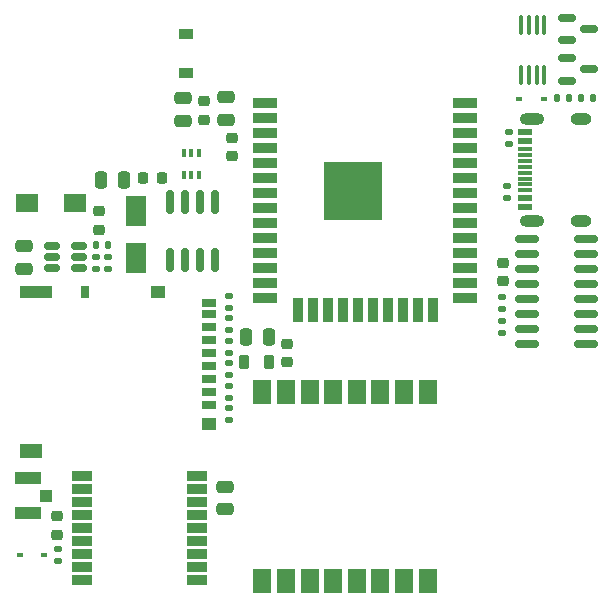
<source format=gbr>
%TF.GenerationSoftware,KiCad,Pcbnew,(6.0.0)*%
%TF.CreationDate,2022-09-29T23:41:46+02:00*%
%TF.ProjectId,bobbycar-lora-can-ethernet,626f6262-7963-4617-922d-6c6f72612d63,rev?*%
%TF.SameCoordinates,Original*%
%TF.FileFunction,Paste,Top*%
%TF.FilePolarity,Positive*%
%FSLAX46Y46*%
G04 Gerber Fmt 4.6, Leading zero omitted, Abs format (unit mm)*
G04 Created by KiCad (PCBNEW (6.0.0)) date 2022-09-29 23:41:46*
%MOMM*%
%LPD*%
G01*
G04 APERTURE LIST*
G04 Aperture macros list*
%AMRoundRect*
0 Rectangle with rounded corners*
0 $1 Rounding radius*
0 $2 $3 $4 $5 $6 $7 $8 $9 X,Y pos of 4 corners*
0 Add a 4 corners polygon primitive as box body*
4,1,4,$2,$3,$4,$5,$6,$7,$8,$9,$2,$3,0*
0 Add four circle primitives for the rounded corners*
1,1,$1+$1,$2,$3*
1,1,$1+$1,$4,$5*
1,1,$1+$1,$6,$7*
1,1,$1+$1,$8,$9*
0 Add four rect primitives between the rounded corners*
20,1,$1+$1,$2,$3,$4,$5,0*
20,1,$1+$1,$4,$5,$6,$7,0*
20,1,$1+$1,$6,$7,$8,$9,0*
20,1,$1+$1,$8,$9,$2,$3,0*%
G04 Aperture macros list end*
%ADD10R,1.900000X1.600000*%
%ADD11RoundRect,0.250000X0.475000X-0.250000X0.475000X0.250000X-0.475000X0.250000X-0.475000X-0.250000X0*%
%ADD12R,0.400000X0.650000*%
%ADD13RoundRect,0.225000X-0.250000X0.225000X-0.250000X-0.225000X0.250000X-0.225000X0.250000X0.225000X0*%
%ADD14R,0.600000X0.450000*%
%ADD15RoundRect,0.135000X-0.185000X0.135000X-0.185000X-0.135000X0.185000X-0.135000X0.185000X0.135000X0*%
%ADD16RoundRect,0.135000X0.135000X0.185000X-0.135000X0.185000X-0.135000X-0.185000X0.135000X-0.185000X0*%
%ADD17RoundRect,0.150000X-0.825000X-0.150000X0.825000X-0.150000X0.825000X0.150000X-0.825000X0.150000X0*%
%ADD18R,1.500000X2.000000*%
%ADD19R,1.200000X0.900000*%
%ADD20RoundRect,0.250000X-0.475000X0.250000X-0.475000X-0.250000X0.475000X-0.250000X0.475000X0.250000X0*%
%ADD21RoundRect,0.218750X0.218750X0.381250X-0.218750X0.381250X-0.218750X-0.381250X0.218750X-0.381250X0*%
%ADD22RoundRect,0.135000X-0.135000X-0.185000X0.135000X-0.185000X0.135000X0.185000X-0.135000X0.185000X0*%
%ADD23R,2.000000X0.900000*%
%ADD24R,0.900000X2.000000*%
%ADD25R,5.000000X5.000000*%
%ADD26RoundRect,0.150000X0.150000X-0.825000X0.150000X0.825000X-0.150000X0.825000X-0.150000X-0.825000X0*%
%ADD27RoundRect,0.135000X0.185000X-0.135000X0.185000X0.135000X-0.185000X0.135000X-0.185000X-0.135000X0*%
%ADD28R,1.800000X0.900000*%
%ADD29RoundRect,0.150000X-0.512500X-0.150000X0.512500X-0.150000X0.512500X0.150000X-0.512500X0.150000X0*%
%ADD30R,1.050000X1.000000*%
%ADD31R,2.200000X1.050000*%
%ADD32R,1.800000X2.500000*%
%ADD33RoundRect,0.225000X0.250000X-0.225000X0.250000X0.225000X-0.250000X0.225000X-0.250000X-0.225000X0*%
%ADD34R,1.200000X0.700000*%
%ADD35R,0.800000X1.000000*%
%ADD36R,2.800000X1.000000*%
%ADD37R,1.900000X1.300000*%
%ADD38R,1.200000X1.000000*%
%ADD39RoundRect,0.150000X-0.587500X-0.150000X0.587500X-0.150000X0.587500X0.150000X-0.587500X0.150000X0*%
%ADD40RoundRect,0.218750X-0.256250X0.218750X-0.256250X-0.218750X0.256250X-0.218750X0.256250X0.218750X0*%
%ADD41RoundRect,0.250000X-0.250000X-0.475000X0.250000X-0.475000X0.250000X0.475000X-0.250000X0.475000X0*%
%ADD42O,2.100000X1.000000*%
%ADD43O,1.800000X1.000000*%
%ADD44R,1.150000X0.600000*%
%ADD45R,1.150000X0.300000*%
%ADD46RoundRect,0.100000X-0.100000X0.712500X-0.100000X-0.712500X0.100000X-0.712500X0.100000X0.712500X0*%
%ADD47RoundRect,0.225000X-0.225000X-0.250000X0.225000X-0.250000X0.225000X0.250000X-0.225000X0.250000X0*%
G04 APERTURE END LIST*
D10*
%TO.C,L3*%
X5450000Y-16500000D03*
X1350000Y-16500000D03*
%TD*%
D11*
%TO.C,C10*%
X14600000Y-9550000D03*
X14600000Y-7650000D03*
%TD*%
D12*
%TO.C,D6*%
X14650000Y-14150000D03*
X15950000Y-14150000D03*
X15300000Y-12250000D03*
X15300000Y-14150000D03*
X15950000Y-12250000D03*
X14650000Y-12250000D03*
%TD*%
D13*
%TO.C,C11*%
X7500000Y-17225000D03*
X7500000Y-18775000D03*
%TD*%
D14*
%TO.C,D1*%
X2850000Y-46300000D03*
X750000Y-46300000D03*
%TD*%
D15*
%TO.C,R14*%
X41600000Y-24490000D03*
X41600000Y-25510000D03*
%TD*%
D16*
%TO.C,R9*%
X47300000Y-7600000D03*
X46280000Y-7600000D03*
%TD*%
D17*
%TO.C,U5*%
X43725000Y-19555000D03*
X43725000Y-20825000D03*
X43725000Y-22095000D03*
X43725000Y-23365000D03*
X43725000Y-24635000D03*
X43725000Y-25905000D03*
X43725000Y-27175000D03*
X43725000Y-28445000D03*
X48675000Y-28445000D03*
X48675000Y-27175000D03*
X48675000Y-25905000D03*
X48675000Y-24635000D03*
X48675000Y-23365000D03*
X48675000Y-22095000D03*
X48675000Y-20825000D03*
X48675000Y-19555000D03*
%TD*%
D11*
%TO.C,C9*%
X1100000Y-22100000D03*
X1100000Y-20200000D03*
%TD*%
D18*
%TO.C,U2*%
X35300000Y-32500000D03*
X33300000Y-32500000D03*
X31300000Y-32500000D03*
X29300000Y-32500000D03*
X27300000Y-32500000D03*
X25300000Y-32500000D03*
X23300000Y-32500000D03*
X21300000Y-32500000D03*
X21300000Y-48500000D03*
X23300000Y-48500000D03*
X25300000Y-48500000D03*
X27300000Y-48500000D03*
X29300000Y-48500000D03*
X31300000Y-48500000D03*
X33300000Y-48500000D03*
X35300000Y-48500000D03*
%TD*%
D15*
%TO.C,R21*%
X18500000Y-24400000D03*
X18500000Y-25420000D03*
%TD*%
D19*
%TO.C,D3*%
X14800000Y-5550000D03*
X14800000Y-2250000D03*
%TD*%
D20*
%TO.C,C4*%
X18200000Y-7550000D03*
X18200000Y-9450000D03*
%TD*%
D21*
%TO.C,L2*%
X21862500Y-30000000D03*
X19737500Y-30000000D03*
%TD*%
D22*
%TO.C,R10*%
X48280000Y-7600000D03*
X49300000Y-7600000D03*
%TD*%
D23*
%TO.C,U1*%
X21500000Y-8045000D03*
X21500000Y-9315000D03*
X21500000Y-10585000D03*
X21500000Y-11855000D03*
X21500000Y-13125000D03*
X21500000Y-14395000D03*
X21500000Y-15665000D03*
X21500000Y-16935000D03*
X21500000Y-18205000D03*
X21500000Y-19475000D03*
X21500000Y-20745000D03*
X21500000Y-22015000D03*
X21500000Y-23285000D03*
X21500000Y-24555000D03*
D24*
X24285000Y-25555000D03*
X25555000Y-25555000D03*
X26825000Y-25555000D03*
X28095000Y-25555000D03*
X29365000Y-25555000D03*
X30635000Y-25555000D03*
X31905000Y-25555000D03*
X33175000Y-25555000D03*
X34445000Y-25555000D03*
X35715000Y-25555000D03*
D23*
X38500000Y-24555000D03*
X38500000Y-23285000D03*
X38500000Y-22015000D03*
X38500000Y-20745000D03*
X38500000Y-19475000D03*
X38500000Y-18205000D03*
X38500000Y-16935000D03*
X38500000Y-15665000D03*
X38500000Y-14395000D03*
X38500000Y-13125000D03*
X38500000Y-11855000D03*
X38500000Y-10585000D03*
X38500000Y-9315000D03*
X38500000Y-8045000D03*
D25*
X29000000Y-15545000D03*
%TD*%
D26*
%TO.C,U6*%
X13495000Y-21375000D03*
X14765000Y-21375000D03*
X16035000Y-21375000D03*
X17305000Y-21375000D03*
X17305000Y-16425000D03*
X16035000Y-16425000D03*
X14765000Y-16425000D03*
X13495000Y-16425000D03*
%TD*%
D13*
%TO.C,C5*%
X16400000Y-7925000D03*
X16400000Y-9475000D03*
%TD*%
D22*
%TO.C,R25*%
X7190000Y-20100000D03*
X8210000Y-20100000D03*
%TD*%
D15*
%TO.C,R16*%
X18500000Y-33890000D03*
X18500000Y-34910000D03*
%TD*%
%TO.C,R8*%
X42000000Y-15090000D03*
X42000000Y-16110000D03*
%TD*%
%TO.C,R13*%
X41600000Y-26490000D03*
X41600000Y-27510000D03*
%TD*%
D20*
%TO.C,C1*%
X18100000Y-40550000D03*
X18100000Y-42450000D03*
%TD*%
D27*
%TO.C,R15*%
X7200000Y-22110000D03*
X7200000Y-21090000D03*
%TD*%
D14*
%TO.C,D2*%
X43050000Y-7700000D03*
X45150000Y-7700000D03*
%TD*%
D15*
%TO.C,R12*%
X42200000Y-10490000D03*
X42200000Y-11510000D03*
%TD*%
D28*
%TO.C,J3*%
X15750000Y-48400000D03*
X15750000Y-47300000D03*
X15750000Y-46200000D03*
X15750000Y-45100000D03*
X15750000Y-44000000D03*
X15750000Y-42900000D03*
X15750000Y-41800000D03*
X15750000Y-40700000D03*
X15750000Y-39600000D03*
X6050000Y-39600000D03*
X6050000Y-40700000D03*
X6050000Y-41800000D03*
X6050000Y-42900000D03*
X6050000Y-44000000D03*
X6050000Y-45100000D03*
X6050000Y-46200000D03*
X6050000Y-47300000D03*
X6050000Y-48400000D03*
%TD*%
D15*
%TO.C,R18*%
X18500000Y-30090000D03*
X18500000Y-31110000D03*
%TD*%
D29*
%TO.C,U7*%
X3462500Y-20150000D03*
X3462500Y-21100000D03*
X3462500Y-22050000D03*
X5737500Y-22050000D03*
X5737500Y-21100000D03*
X5737500Y-20150000D03*
%TD*%
D13*
%TO.C,C3*%
X41700000Y-21600000D03*
X41700000Y-23150000D03*
%TD*%
D30*
%TO.C,AE1*%
X2950000Y-41300000D03*
D31*
X1425000Y-39825000D03*
X1425000Y-42775000D03*
%TD*%
D15*
%TO.C,R19*%
X18500000Y-28190000D03*
X18500000Y-29210000D03*
%TD*%
D32*
%TO.C,D4*%
X10600000Y-21200000D03*
X10600000Y-17200000D03*
%TD*%
D33*
%TO.C,C13*%
X18700000Y-12575000D03*
X18700000Y-11025000D03*
%TD*%
D34*
%TO.C,J4*%
X16790000Y-33645000D03*
X16790000Y-32545000D03*
X16790000Y-31445000D03*
X16790000Y-30345000D03*
X16790000Y-29245000D03*
X16790000Y-28145000D03*
X16790000Y-27045000D03*
X16790000Y-25945000D03*
X16790000Y-24995000D03*
D35*
X6290000Y-24045000D03*
D36*
X2140000Y-24045000D03*
D37*
X1690000Y-37545000D03*
D38*
X12490000Y-24045000D03*
X16790000Y-35195000D03*
%TD*%
D27*
%TO.C,R17*%
X18500000Y-33010000D03*
X18500000Y-31990000D03*
%TD*%
D33*
%TO.C,C6*%
X23400000Y-29975000D03*
X23400000Y-28425000D03*
%TD*%
D15*
%TO.C,R1*%
X4000000Y-45790000D03*
X4000000Y-46810000D03*
%TD*%
D39*
%TO.C,Q2*%
X47062500Y-4250000D03*
X47062500Y-6150000D03*
X48937500Y-5200000D03*
%TD*%
D40*
%TO.C,L1*%
X3900000Y-43012500D03*
X3900000Y-44587500D03*
%TD*%
D39*
%TO.C,Q1*%
X47062500Y-850000D03*
X47062500Y-2750000D03*
X48937500Y-1800000D03*
%TD*%
D41*
%TO.C,C12*%
X7650000Y-14600000D03*
X9550000Y-14600000D03*
%TD*%
D15*
%TO.C,R24*%
X8200000Y-21090000D03*
X8200000Y-22110000D03*
%TD*%
%TO.C,R20*%
X18500000Y-26290000D03*
X18500000Y-27310000D03*
%TD*%
D42*
%TO.C,USBC1*%
X44092500Y-18015000D03*
D43*
X48272500Y-18015000D03*
X48272500Y-9375000D03*
D42*
X44092500Y-9375000D03*
D44*
X43532500Y-16895000D03*
X43532500Y-16095000D03*
D45*
X43532500Y-14945000D03*
X43532500Y-13945000D03*
X43532500Y-13445000D03*
X43532500Y-12445000D03*
D44*
X43532500Y-10495000D03*
X43532500Y-11295000D03*
D45*
X43532500Y-11945000D03*
X43532500Y-12945000D03*
X43532500Y-14445000D03*
X43532500Y-15445000D03*
%TD*%
D46*
%TO.C,U3*%
X45175000Y-1487500D03*
X44525000Y-1487500D03*
X43875000Y-1487500D03*
X43225000Y-1487500D03*
X43225000Y-5712500D03*
X43875000Y-5712500D03*
X44525000Y-5712500D03*
X45175000Y-5712500D03*
%TD*%
D47*
%TO.C,C8*%
X11225000Y-14400000D03*
X12775000Y-14400000D03*
%TD*%
D41*
%TO.C,C7*%
X19950000Y-27900000D03*
X21850000Y-27900000D03*
%TD*%
M02*

</source>
